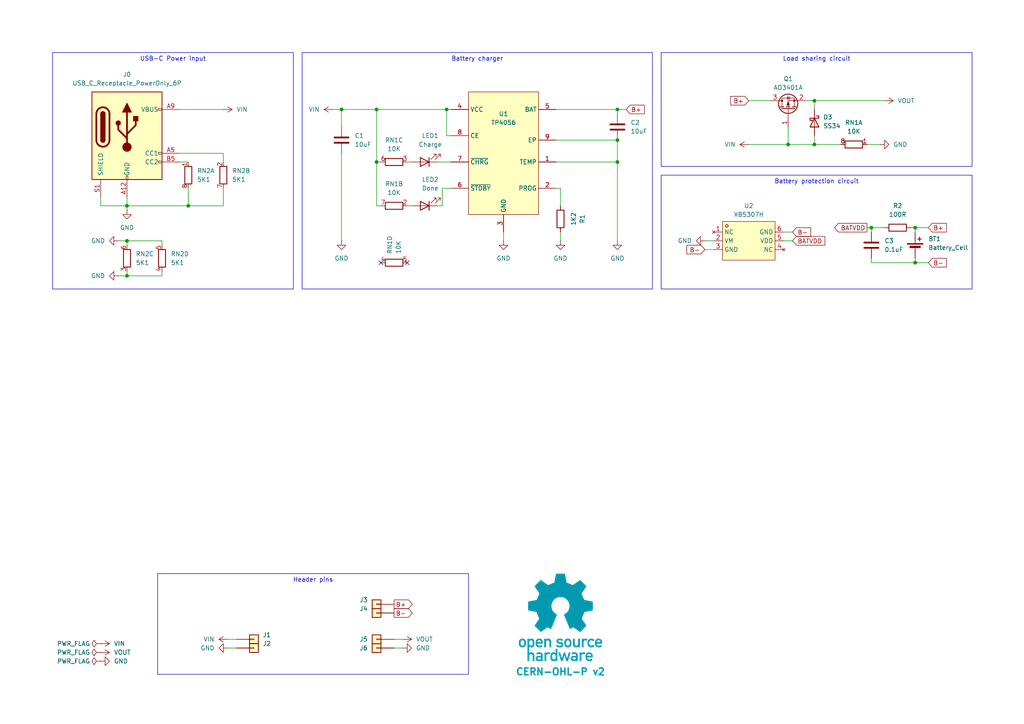
<source format=kicad_sch>
(kicad_sch (version 20231120) (generator "eeschema") (generator_version "8.0")
  (paper "A4")
  (lib_symbols
    (symbol "Conn_01x01_1" (pin_numbers hide) (pin_names (offset 1.016) hide)
      (property "Reference" "J" (at 0 2.54 0))
      (property "Value" "Conn_01x01" (at 0 -2.54 0))
      (symbol "Conn_01x01_1_1_1"
        (rectangle (start -1.27 0.127) (end 0 -0.127) (stroke (width 0.1524)))
        (rectangle (start -1.27 1.27) (end 1.27 -1.27) (stroke (width 0.254)) (fill (type background)))
        (pin passive line (at -5.08 0 0) (length 3.81) (name "Pin_1") (number "1"))
      )
    )
    (symbol "Connector:USB_C_Receptacle_PowerOnly_6P" (pin_names (offset 1.016))
      (property "Reference" "J" (at 0 16.51 0))
      (property "Value" "USB_C_Receptacle_PowerOnly_6P" (at 0 13.97 0))
      (symbol "USB_C_Receptacle_PowerOnly_6P_0_0"
        (rectangle (start -0.254 -12.7) (end 0.254 -11.684))
        (rectangle (start 10.16 -7.366) (end 9.144 -7.874))
        (rectangle (start 10.16 -4.826) (end 9.144 -5.334))
        (rectangle (start 10.16 7.874) (end 9.144 7.366))
      )
      (symbol "USB_C_Receptacle_PowerOnly_6P_0_1"
        (rectangle (start -10.16 12.7) (end 10.16 -12.7) (stroke (width 0.254)) (fill (type background)))
        (arc (start -8.89 -1.27) (mid -6.985 -3.1667) (end -5.08 -1.27) (stroke (width 0.508)))
        (arc (start -7.62 -1.27) (mid -6.985 -1.9023) (end -6.35 -1.27) (stroke (width 0.254)))
        (arc (start -7.62 -1.27) (mid -6.985 -1.9023) (end -6.35 -1.27) (stroke (width 0.254)) (fill (type outline)))
        (rectangle (start -7.62 -1.27) (end -6.35 6.35) (stroke (width 0.254)) (fill (type outline)))
        (arc (start -6.35 6.35) (mid -6.985 6.9823) (end -7.62 6.35) (stroke (width 0.254)))
        (arc (start -6.35 6.35) (mid -6.985 6.9823) (end -7.62 6.35) (stroke (width 0.254)) (fill (type outline)))
        (arc (start -5.08 6.35) (mid -6.985 8.2467) (end -8.89 6.35) (stroke (width 0.508)))
        (circle (center -2.54 3.683) (radius 0.635) (stroke (width 0.254)) (fill (type outline)))
        (circle (center 0 -3.302) (radius 1.27) (fill (type outline)))
        (polyline (pts (xy -8.89 -1.27) (xy -8.89 6.35)) (stroke (width 0.508)))
        (polyline (pts (xy -5.08 6.35) (xy -5.08 -1.27)) (stroke (width 0.508)))
        (polyline (pts (xy 0 -3.302) (xy 0 6.858)) (stroke (width 0.508)))
        (polyline (pts (xy 0 -0.762) (xy -2.54 1.778) (xy -2.54 3.048)) (stroke (width 0.508)))
        (polyline (pts (xy 0 0.508) (xy 2.54 3.048) (xy 2.54 4.318)) (stroke (width 0.508)))
        (polyline (pts (xy -1.27 6.858) (xy 0 9.398) (xy 1.27 6.858) (xy -1.27 6.858)) (stroke (width 0.254)) (fill (type outline)))
        (rectangle (start 1.905 4.318) (end 3.175 5.588) (stroke (width 0.254)) (fill (type outline)))
      )
      (symbol "USB_C_Receptacle_PowerOnly_6P_1_1"
        (pin passive line (at 0 -17.78 90) (length 5.08) (name "GND") (number "A12"))
        (pin bidirectional line (at 15.24 -5.08 180) (length 5.08) (name "CC1") (number "A5"))
        (pin passive line (at 15.24 7.62 180) (length 5.08) (name "VBUS") (number "A9"))
        (pin passive line (at 0 -17.78 90) (length 5.08) hide (name "GND") (number "B12"))
        (pin bidirectional line (at 15.24 -7.62 180) (length 5.08) (name "CC2") (number "B5"))
        (pin passive line (at 15.24 7.62 180) (length 5.08) hide (name "VBUS") (number "B9"))
        (pin passive line (at -7.62 -17.78 90) (length 5.08) (name "SHIELD") (number "S1"))
      )
    )
    (symbol "Connector_Generic:Conn_01x01" (pin_numbers hide) (pin_names (offset 1.016) hide)
      (property "Reference" "J" (at 0 2.54 0))
      (property "Value" "Conn_01x01" (at 0 -2.54 0))
      (symbol "Conn_01x01_1_1"
        (rectangle (start -1.27 0.127) (end 0 -0.127) (stroke (width 0.1524)))
        (rectangle (start -1.27 1.27) (end 1.27 -1.27) (stroke (width 0.254)) (fill (type background)))
        (pin passive line (at -5.08 0 0) (length 3.81) (name "Pin_1") (number "1"))
      )
    )
    (symbol "Device:Battery_Cell" (pin_numbers hide) (pin_names (offset 0) hide)
      (property "Reference" "BT" (at 2.54 2.54 0))
      (property "Value" "Battery_Cell" (at 2.54 0 0))
      (symbol "Battery_Cell_0_1"
        (rectangle (start -2.286 1.778) (end 2.286 1.524) (fill (type outline)))
        (rectangle (start -1.524 1.016) (end 1.524 0.508) (fill (type outline)))
        (polyline (pts (xy 0 0.762) (xy 0 0)))
        (polyline (pts (xy 0 1.778) (xy 0 2.54)))
        (polyline (pts (xy 0.762 3.048) (xy 1.778 3.048)) (stroke (width 0.254)))
        (polyline (pts (xy 1.27 3.556) (xy 1.27 2.54)) (stroke (width 0.254)))
      )
      (symbol "Battery_Cell_1_1"
        (pin passive line (at 0 5.08 270) (length 2.54) (name "+") (number "1"))
        (pin passive line (at 0 -2.54 90) (length 2.54) (name "-") (number "2"))
      )
    )
    (symbol "Device:C" (pin_numbers hide) (pin_names (offset 0.254))
      (property "Reference" "C" (at 0.635 2.54 0))
      (property "Value" "C" (at 0.635 -2.54 0))
      (symbol "C_0_1"
        (polyline (pts (xy -2.032 -0.762) (xy 2.032 -0.762)) (stroke (width 0.508)))
        (polyline (pts (xy -2.032 0.762) (xy 2.032 0.762)) (stroke (width 0.508)))
      )
      (symbol "C_1_1"
        (pin passive line (at 0 3.81 270) (length 2.794) (name "~") (number "1"))
        (pin passive line (at 0 -3.81 90) (length 2.794) (name "~") (number "2"))
      )
    )
    (symbol "Device:LED" (pin_numbers hide) (pin_names (offset 1.016) hide)
      (property "Reference" "D" (at 0 2.54 0))
      (property "Value" "LED" (at 0 -2.54 0))
      (symbol "LED_0_1"
        (polyline (pts (xy -1.27 -1.27) (xy -1.27 1.27)) (stroke (width 0.254)))
        (polyline (pts (xy -1.27 0) (xy 1.27 0)))
        (polyline (pts (xy 1.27 -1.27) (xy 1.27 1.27) (xy -1.27 0) (xy 1.27 -1.27)) (stroke (width 0.254)))
        (polyline (pts (xy -3.048 -0.762) (xy -4.572 -2.286) (xy -3.81 -2.286) (xy -4.572 -2.286) (xy -4.572 -1.524)))
        (polyline (pts (xy -1.778 -0.762) (xy -3.302 -2.286) (xy -2.54 -2.286) (xy -3.302 -2.286) (xy -3.302 -1.524)))
      )
      (symbol "LED_1_1"
        (pin passive line (at -3.81 0 0) (length 2.54) (name "K") (number "1"))
        (pin passive line (at 3.81 0 180) (length 2.54) (name "A") (number "2"))
      )
    )
    (symbol "Device:R" (pin_numbers hide) (pin_names (offset 0))
      (property "Reference" "R" (at 2.032 0 90))
      (property "Value" "R" (at 0 0 90))
      (symbol "R_0_1"
        (rectangle (start -1.016 -2.54) (end 1.016 2.54) (stroke (width 0.254)))
      )
      (symbol "R_1_1"
        (pin passive line (at 0 3.81 270) (length 1.27) (name "~") (number "1"))
        (pin passive line (at 0 -3.81 90) (length 1.27) (name "~") (number "2"))
      )
    )
    (symbol "Device:R_Pack04_Split" (pin_names (offset 0) hide)
      (property "Reference" "RN" (at 2.032 0 90))
      (property "Value" "R_Pack04_Split" (at 0 0 90))
      (symbol "R_Pack04_Split_0_1"
        (rectangle (start 1.016 2.54) (end -1.016 -2.54) (stroke (width 0.254)))
      )
      (symbol "R_Pack04_Split_1_1"
        (pin passive line (at 0 -3.81 90) (length 1.27) (name "R1.1") (number "1"))
        (pin passive line (at 0 3.81 270) (length 1.27) (name "R1.2") (number "8"))
      )
      (symbol "R_Pack04_Split_2_1"
        (pin passive line (at 0 -3.81 90) (length 1.27) (name "R2.1") (number "2"))
        (pin passive line (at 0 3.81 270) (length 1.27) (name "R2.2") (number "7"))
      )
      (symbol "R_Pack04_Split_3_1"
        (pin passive line (at 0 -3.81 90) (length 1.27) (name "R3.1") (number "3"))
        (pin passive line (at 0 3.81 270) (length 1.27) (name "R3.2") (number "6"))
      )
      (symbol "R_Pack04_Split_4_1"
        (pin passive line (at 0 -3.81 90) (length 1.27) (name "R4.1") (number "4"))
        (pin passive line (at 0 3.81 270) (length 1.27) (name "R4.2") (number "5"))
      )
    )
    (symbol "Diode:SS34" (pin_numbers hide) (pin_names (offset 1.016) hide)
      (property "Reference" "D" (at 0 2.54 0))
      (property "Value" "SS34" (at 0 -2.54 0))
      (symbol "SS34_0_1"
        (polyline (pts (xy 1.27 0) (xy -1.27 0)))
        (polyline (pts (xy 1.27 1.27) (xy 1.27 -1.27) (xy -1.27 0) (xy 1.27 1.27)) (stroke (width 0.254)))
        (polyline (pts (xy -1.905 0.635) (xy -1.905 1.27) (xy -1.27 1.27) (xy -1.27 -1.27) (xy -0.635 -1.27) (xy -0.635 -0.635)) (stroke (width 0.254)))
      )
      (symbol "SS34_1_1"
        (pin passive line (at -3.81 0 0) (length 2.54) (name "K") (number "1"))
        (pin passive line (at 3.81 0 180) (length 2.54) (name "A") (number "2"))
      )
    )
    (symbol "Transistor_FET:AO3401A" (pin_names hide)
      (property "Reference" "Q" (at 5.08 1.905 0))
      (property "Value" "AO3401A" (at 5.08 0 0))
      (symbol "AO3401A_0_1"
        (polyline (pts (xy 0.254 0) (xy -2.54 0)))
        (polyline (pts (xy 0.254 1.905) (xy 0.254 -1.905)) (stroke (width 0.254)))
        (polyline (pts (xy 0.762 -1.27) (xy 0.762 -2.286)) (stroke (width 0.254)))
        (polyline (pts (xy 0.762 0.508) (xy 0.762 -0.508)) (stroke (width 0.254)))
        (polyline (pts (xy 0.762 2.286) (xy 0.762 1.27)) (stroke (width 0.254)))
        (polyline (pts (xy 2.54 2.54) (xy 2.54 1.778)))
        (polyline (pts (xy 2.54 -2.54) (xy 2.54 0) (xy 0.762 0)))
        (polyline (pts (xy 0.762 1.778) (xy 3.302 1.778) (xy 3.302 -1.778) (xy 0.762 -1.778)))
        (polyline (pts (xy 2.286 0) (xy 1.27 0.381) (xy 1.27 -0.381) (xy 2.286 0)) (fill (type outline)))
        (polyline (pts (xy 2.794 -0.508) (xy 2.921 -0.381) (xy 3.683 -0.381) (xy 3.81 -0.254)))
        (polyline (pts (xy 3.302 -0.381) (xy 2.921 0.254) (xy 3.683 0.254) (xy 3.302 -0.381)))
        (circle (center 1.651 0) (radius 2.794) (stroke (width 0.254)))
        (circle (center 2.54 -1.778) (radius 0.254) (fill (type outline)))
        (circle (center 2.54 1.778) (radius 0.254) (fill (type outline)))
      )
      (symbol "AO3401A_1_1"
        (pin input line (at -5.08 0 0) (length 2.54) (name "G") (number "1"))
        (pin passive line (at 2.54 -5.08 90) (length 2.54) (name "S") (number "2"))
        (pin passive line (at 2.54 5.08 270) (length 2.54) (name "D") (number "3"))
      )
    )
    (symbol "lcsc:TP4056"
      (property "Reference" "U" (at 0 20.32 0))
      (property "Value" "TP4056" (at 0 -25.4 0))
      (symbol "TP4056_0_1"
        (rectangle (start -10.16 20.32) (end 10.16 -15.24) (fill (type background)))
      )
      (symbol "TP4056_1_1"
        (pin input line (at 15.24 0 180) (length 5.08) (name "TEMP") (number "1"))
        (pin input line (at 15.24 -7.62 180) (length 5.08) (name "PROG") (number "2"))
        (pin power_in line (at 0 -20.32 90) (length 5.08) (name "GND") (number "3"))
        (pin power_in line (at -15.24 15.24 0) (length 5.08) (name "VCC") (number "4"))
        (pin power_out line (at 15.24 15.24 180) (length 5.08) (name "BAT") (number "5"))
        (pin open_collector line (at -15.24 -7.62 0) (length 5.08) (name "~{STDBY}") (number "6"))
        (pin open_collector line (at -15.24 0 0) (length 5.08) (name "~{CHRG}") (number "7"))
        (pin input line (at -15.24 7.62 0) (length 5.08) (name "CE") (number "8"))
        (pin power_in line (at 15.24 6.35 180) (length 5.08) (name "EP") (number "9"))
      )
    )
    (symbol "lcsc:XB5307H"
      (property "Reference" "U" (at 0 7.62 0))
      (property "Value" "XB5307H" (at 0 -7.62 0))
      (symbol "XB5307H_0_1"
        (rectangle (start -7.62 5.59) (end 7.62 -5.59) (fill (type background)))
        (circle (center -6.35 4.32) (radius 0.38))
        (circle (center -6.35 4.32) (radius 0.38))
      )
      (symbol "XB5307H_1_1"
        (pin no_connect line (at -10.16 2.54 0) (length 2.54) (name "NC") (number "1"))
        (pin input line (at -10.16 0 0) (length 2.54) (name "VM") (number "2"))
        (pin input line (at -10.16 -2.54 0) (length 2.54) (name "GND") (number "3"))
        (pin no_connect line (at 10.16 -2.54 180) (length 2.54) (name "NC") (number "4"))
        (pin input line (at 10.16 0 180) (length 2.54) (name "VDD") (number "5"))
        (pin input line (at 10.16 2.54 180) (length 2.54) (name "GND") (number "6"))
      )
    )
    (symbol "power:+5V" (power) (pin_numbers hide) (pin_names (offset 0) hide)
      (property "Value" "+5V" (at 0 3.556 0))
      (symbol "+5V_0_1"
        (polyline (pts (xy -0.762 1.27) (xy 0 2.54)))
        (polyline (pts (xy 0 0) (xy 0 2.54)))
        (polyline (pts (xy 0 2.54) (xy 0.762 1.27)))
      )
      (symbol "+5V_1_1"
        (pin power_in line (at 0 0 90) (length 0) (name "~") (number "1"))
      )
    )
    (symbol "power:GND" (power) (pin_numbers hide) (pin_names (offset 0) hide)
      (property "Value" "GND" (at 0 -3.81 0))
      (symbol "GND_0_1"
        (polyline (pts (xy 0 0) (xy 0 -1.27) (xy 1.27 -1.27) (xy 0 -2.54) (xy -1.27 -1.27) (xy 0 -1.27)))
      )
      (symbol "GND_1_1"
        (pin power_in line (at 0 0 270) (length 0) (name "~") (number "1"))
      )
    )
    (symbol "power:PWR_FLAG" (power) (pin_numbers hide) (pin_names (offset 0) hide)
      (property "Value" "PWR_FLAG" (at 0 3.81 0))
      (symbol "PWR_FLAG_0_0"
        (pin power_out line (at 0 0 90) (length 0) (name "~") (number "1"))
      )
      (symbol "PWR_FLAG_0_1"
        (polyline (pts (xy 0 0) (xy 0 1.27) (xy -1.016 1.905) (xy 0 2.54) (xy 1.016 1.905) (xy 0 1.27)))
      )
    )
    (symbol "power:VCC" (power) (pin_numbers hide) (pin_names (offset 0) hide)
      (property "Value" "VCC" (at 0 3.556 0))
      (symbol "VCC_0_1"
        (polyline (pts (xy -0.762 1.27) (xy 0 2.54)))
        (polyline (pts (xy 0 0) (xy 0 2.54)))
        (polyline (pts (xy 0 2.54) (xy 0.762 1.27)))
      )
      (symbol "VCC_1_1"
        (pin power_in line (at 0 0 90) (length 0) (name "~") (number "1"))
      )
    )
  )
  (junction (at 236.22 29.21))
  (junction (at 99.06 31.75))
  (junction (at 36.83 80.01))
  (junction (at 36.83 69.85))
  (junction (at 179.07 31.75))
  (junction (at 236.22 41.91))
  (junction (at 265.43 66.04))
  (junction (at 109.22 31.75))
  (junction (at 179.07 40.64))
  (junction (at 252.73 66.04))
  (junction (at 265.43 76.2))
  (junction (at 179.07 46.99))
  (junction (at 129.54 31.75))
  (junction (at 54.61 59.69))
  (junction (at 228.6 41.91))
  (junction (at 36.83 59.69))
  (junction (at 109.22 46.99))
  (no_connect (at 110.49 76.2))
  (no_connect (at 118.11 76.2))
  (wire (pts (xy 36.83 59.69) (xy 36.83 60.96)))
  (wire (pts (xy 46.99 69.85) (xy 46.99 71.12)))
  (wire (pts (xy 179.07 46.99) (xy 179.07 40.64)))
  (wire (pts (xy 109.22 46.99) (xy 110.49 46.99)))
  (wire (pts (xy 128.27 54.61) (xy 130.81 54.61)))
  (wire (pts (xy 29.21 57.15) (xy 29.21 59.69)))
  (wire (pts (xy 229.87 67.31) (xy 227.33 67.31)))
  (wire (pts (xy 228.6 36.83) (xy 228.6 41.91)))
  (wire (pts (xy 64.77 44.45) (xy 64.77 46.99)))
  (wire (pts (xy 64.77 59.69) (xy 54.61 59.69)))
  (wire (pts (xy 179.07 31.75) (xy 181.61 31.75)))
  (wire (pts (xy 251.46 66.04) (xy 252.73 66.04)))
  (wire (pts (xy 46.99 80.01) (xy 36.83 80.01)))
  (wire (pts (xy 217.17 29.21) (xy 223.52 29.21)))
  (wire (pts (xy 179.07 33.02) (xy 179.07 31.75)))
  (wire (pts (xy 99.06 44.45) (xy 99.06 69.85)))
  (wire (pts (xy 162.56 54.61) (xy 162.56 59.69)))
  (wire (pts (xy 68.58 187.96) (xy 66.04 187.96)))
  (wire (pts (xy 109.22 31.75) (xy 129.54 31.75)))
  (wire (pts (xy 161.29 46.99) (xy 179.07 46.99)))
  (wire (pts (xy 130.81 39.37) (xy 129.54 39.37)))
  (wire (pts (xy 129.54 31.75) (xy 130.81 31.75)))
  (wire (pts (xy 127 59.69) (xy 128.27 59.69)))
  (wire (pts (xy 162.56 67.31) (xy 162.56 69.85)))
  (wire (pts (xy 256.54 66.04) (xy 252.73 66.04)))
  (wire (pts (xy 236.22 41.91) (xy 228.6 41.91)))
  (wire (pts (xy 118.11 46.99) (xy 119.38 46.99)))
  (wire (pts (xy 265.43 76.2) (xy 269.24 76.2)))
  (wire (pts (xy 68.58 185.42) (xy 66.04 185.42)))
  (wire (pts (xy 99.06 31.75) (xy 109.22 31.75)))
  (wire (pts (xy 114.3 185.42) (xy 116.84 185.42)))
  (wire (pts (xy 217.17 41.91) (xy 228.6 41.91)))
  (wire (pts (xy 161.29 31.75) (xy 179.07 31.75)))
  (wire (pts (xy 161.29 40.64) (xy 179.07 40.64)))
  (wire (pts (xy 36.83 69.85) (xy 36.83 71.12)))
  (wire (pts (xy 229.87 69.85) (xy 227.33 69.85)))
  (wire (pts (xy 52.07 31.75) (xy 64.77 31.75)))
  (wire (pts (xy 146.05 67.31) (xy 146.05 69.85)))
  (wire (pts (xy 36.83 57.15) (xy 36.83 59.69)))
  (wire (pts (xy 52.07 44.45) (xy 64.77 44.45)))
  (wire (pts (xy 204.47 69.85) (xy 207.01 69.85)))
  (wire (pts (xy 29.21 59.69) (xy 36.83 59.69)))
  (wire (pts (xy 129.54 39.37) (xy 129.54 31.75)))
  (wire (pts (xy 236.22 39.37) (xy 236.22 41.91)))
  (wire (pts (xy 64.77 54.61) (xy 64.77 59.69)))
  (wire (pts (xy 52.07 46.99) (xy 54.61 46.99)))
  (wire (pts (xy 161.29 54.61) (xy 162.56 54.61)))
  (wire (pts (xy 54.61 54.61) (xy 54.61 59.69)))
  (wire (pts (xy 265.43 66.04) (xy 265.43 67.31)))
  (wire (pts (xy 252.73 74.93) (xy 252.73 76.2)))
  (wire (pts (xy 128.27 59.69) (xy 128.27 54.61)))
  (wire (pts (xy 36.83 78.74) (xy 36.83 80.01)))
  (wire (pts (xy 109.22 31.75) (xy 109.22 46.99)))
  (wire (pts (xy 46.99 78.74) (xy 46.99 80.01)))
  (wire (pts (xy 252.73 76.2) (xy 265.43 76.2)))
  (wire (pts (xy 251.46 41.91) (xy 255.27 41.91)))
  (wire (pts (xy 252.73 66.04) (xy 252.73 67.31)))
  (wire (pts (xy 236.22 29.21) (xy 236.22 31.75)))
  (wire (pts (xy 265.43 76.2) (xy 265.43 74.93)))
  (wire (pts (xy 233.68 29.21) (xy 236.22 29.21)))
  (wire (pts (xy 179.07 69.85) (xy 179.07 46.99)))
  (wire (pts (xy 36.83 69.85) (xy 46.99 69.85)))
  (wire (pts (xy 109.22 59.69) (xy 109.22 46.99)))
  (wire (pts (xy 114.3 187.96) (xy 116.84 187.96)))
  (wire (pts (xy 264.16 66.04) (xy 265.43 66.04)))
  (wire (pts (xy 34.29 69.85) (xy 36.83 69.85)))
  (wire (pts (xy 99.06 31.75) (xy 99.06 36.83)))
  (wire (pts (xy 236.22 29.21) (xy 256.54 29.21)))
  (wire (pts (xy 110.49 59.69) (xy 109.22 59.69)))
  (wire (pts (xy 54.61 59.69) (xy 36.83 59.69)))
  (wire (pts (xy 204.47 72.39) (xy 207.01 72.39)))
  (wire (pts (xy 34.29 80.01) (xy 36.83 80.01)))
  (wire (pts (xy 265.43 66.04) (xy 269.24 66.04)))
  (wire (pts (xy 118.11 59.69) (xy 119.38 59.69)))
  (wire (pts (xy 236.22 41.91) (xy 243.84 41.91)))
  (wire (pts (xy 127 46.99) (xy 130.81 46.99)))
  (wire (pts (xy 96.52 31.75) (xy 99.06 31.75)))
  (image (at 162.56 179.07) (scale 0.37481))
  (text_box "Header pins" (at 45.72 166.37 0) (size 90.17 29.21) (effects (font (size 1.27 1.27)) (justify top)))
  (text_box "Battery protection circuit" (at 191.77 50.8 0) (size 90.17 33.02) (effects (font (size 1.27 1.27)) (justify top)))
  (text_box "USB-C Power input" (at 15.24 15.24 0) (size 69.85 68.58) (effects (font (size 1.27 1.27)) (justify top)))
  (text_box "Load sharing circuit" (at 191.77 15.24 0) (size 90.17 33.02) (effects (font (size 1.27 1.27)) (justify top)))
  (text_box "Battery charger" (at 87.63 15.24 0) (size 101.6 68.58) (effects (font (size 1.27 1.27)) (justify top)))
  (text "CERN-OHL-P v2" (at 162.56 195.072 0) (effects (font (size 2 2) (thickness 0.4) (bold yes))))
  (global_label "B+" (shape output) (at 114.3 175.26 0) (property "Intersheetrefs" "${INTERSHEET_REFS}" (effects (hide yes))))
  (global_label "B-" (shape output) (at 114.3 177.8 0) (property "Intersheetrefs" "${INTERSHEET_REFS}" (effects (hide yes))))
  (global_label "B-" (shape input) (at 229.87 67.31 0) (property "Intersheetrefs" "${INTERSHEET_REFS}" (effects (hide yes))))
  (global_label "B+" (shape input) (at 181.61 31.75 0) (property "Intersheetrefs" "${INTERSHEET_REFS}" (effects (hide yes))))
  (global_label "B+" (shape input) (at 269.24 66.04 0) (property "Intersheetrefs" "${INTERSHEET_REFS}" (effects (hide yes))))
  (global_label "B-" (shape input) (at 269.24 76.2 0) (property "Intersheetrefs" "${INTERSHEET_REFS}" (effects (hide yes))))
  (global_label "B+" (shape input) (at 217.17 29.21 180) (property "Intersheetrefs" "${INTERSHEET_REFS}" (effects (hide yes))))
  (global_label "B-" (shape input) (at 204.47 72.39 180) (property "Intersheetrefs" "${INTERSHEET_REFS}" (effects (hide yes))))
  (global_label "BATVDD" (shape output) (at 251.46 66.04 180) (property "Intersheetrefs" "${INTERSHEET_REFS}" (effects (hide yes))))
  (global_label "BATVDD" (shape input) (at 229.87 69.85 0) (property "Intersheetrefs" "${INTERSHEET_REFS}" (effects (hide yes))))
  (symbol (lib_name "Conn_01x01_1") (lib_id "Connector_Generic:Conn_01x01") (at 109.22 177.8 0) (mirror y) (unit 1)
    (property "Reference" "J4" (at 106.68 176.5299 0) (effects (justify left)))
    (property "Value" "Conn_01x01" (effects (hide yes)))
    (property "Footprint" "custom:PinHeader_1x01_P2.54mm_simple_square" (effects (hide yes)))
    (property "Description" "Generic connector, single row, 01x01, script generated (kicad-library-utils/schlib/autogen/connector/)" (effects (hide yes)))
  )
  (symbol (lib_id "Device:R_Pack04_Split") (at 54.61 50.8 180) (unit 1)
    (property "Reference" "RN2" (at 57.15 49.5299 0) (effects (justify right)))
    (property "Value" "5K1" (at 57.15 52.0699 0) (effects (justify right)))
    (property "Footprint" "Resistor_SMD:R_Array_Convex_4x0603" (effects (hide yes)))
    (property "Description" "4 resistor network, parallel topology, split" (effects (hide yes)))
    (property "Sim.Device" "R" (effects (hide yes)))
    (property "Sim.Pins" "1=+ 2=-" (effects (hide yes)))
    (property "Sim.Params" "r=5.1K" (effects (hide yes)))
  )
  (symbol (lib_id "Device:R_Pack04_Split") (at 114.3 46.99 90) (unit 3)
    (property "Reference" "RN1" (at 114.3 40.64 90))
    (property "Value" "10K" (at 114.3 43.18 90))
    (property "Footprint" "Resistor_SMD:R_Array_Convex_4x0603" (effects (hide yes)))
    (property "Description" "4 resistor network, parallel topology, split" (effects (hide yes)))
    (property "Sim.Device" "R" (effects (hide yes)))
    (property "Sim.Pins" "1=+ 2=-" (effects (hide yes)))
    (property "Sim.Params" "r=10K" (effects (hide yes)))
  )
  (symbol (lib_id "power:GND") (at 66.04 187.96 270) (unit 1)
    (property "Reference" "#PWR07" (effects (hide yes)))
    (property "Value" "GND" (at 62.23 187.9601 90) (effects (justify right)))
    (property "Description" "Power symbol creates a global label with name \"GND\" , ground" (effects (hide yes)))
  )
  (symbol (lib_id "Diode:SS34") (at 236.22 35.56 270) (unit 1)
    (property "Reference" "D3" (at 238.76 33.9724 90) (effects (justify left)))
    (property "Value" "SS34" (at 238.76 36.5124 90) (effects (justify left)))
    (property "Footprint" "custom:D_SMA_simple" (effects (hide yes)))
    (property "Datasheet" "https://www.vishay.com/docs/88751/ss32.pdf" (effects (hide yes)))
    (property "Description" "40V 3A Schottky Diode, SMA" (effects (hide yes)))
  )
  (symbol (lib_id "power:GND") (at 116.84 187.96 90) (unit 1)
    (property "Reference" "#PWR012" (effects (hide yes)))
    (property "Value" "GND" (at 120.65 187.9599 90) (effects (justify right)))
    (property "Description" "Power symbol creates a global label with name \"GND\" , ground" (effects (hide yes)))
  )
  (symbol (lib_id "power:GND") (at 162.56 69.85 0) (unit 1)
    (property "Reference" "#PWR022" (effects (hide yes)))
    (property "Value" "GND" (at 162.56 74.93 0))
    (property "Description" "Power symbol creates a global label with name \"GND\" , ground" (effects (hide yes)))
  )
  (symbol (lib_id "Device:C") (at 252.73 71.12 180) (unit 1)
    (property "Reference" "C3" (at 256.54 69.8499 0) (effects (justify right)))
    (property "Value" "0.1uF" (at 256.54 72.3899 0) (effects (justify right)))
    (property "Footprint" "Capacitor_SMD:C_0805_2012Metric_Pad1.18x1.45mm_HandSolder" (effects (hide yes)))
    (property "Description" "Unpolarized capacitor" (effects (hide yes)))
  )
  (symbol (lib_id "Device:R_Pack04_Split") (at 247.65 41.91 90) (unit 1)
    (property "Reference" "RN1" (at 247.65 35.56 90))
    (property "Value" "10K" (at 247.65 38.1 90))
    (property "Footprint" "Resistor_SMD:R_Array_Convex_4x0603" (effects (hide yes)))
    (property "Description" "4 resistor network, parallel topology, split" (effects (hide yes)))
    (property "Sim.Device" "R" (effects (hide yes)))
    (property "Sim.Pins" "1=+ 2=-" (effects (hide yes)))
    (property "Sim.Params" "r=10K" (effects (hide yes)))
  )
  (symbol (lib_id "power:VCC") (at 29.21 186.69 270) (unit 1)
    (property "Reference" "#PWR01" (effects (hide yes)))
    (property "Value" "VIN" (at 33.02 186.69 90) (effects (justify left)))
    (property "Description" "Power symbol creates a global label with name \"VCC\"" (effects (hide yes)))
  )
  (symbol (lib_id "power:GND") (at 255.27 41.91 90) (unit 1)
    (property "Reference" "#PWR019" (effects (hide yes)))
    (property "Value" "GND" (at 259.08 41.9099 90) (effects (justify right)))
    (property "Description" "Power symbol creates a global label with name \"GND\" , ground" (effects (hide yes)))
  )
  (symbol (lib_id "power:VCC") (at 64.77 31.75 270) (unit 1)
    (property "Reference" "#PWR017" (effects (hide yes)))
    (property "Value" "VIN" (at 68.58 31.7499 90) (effects (justify left)))
    (property "Description" "Power symbol creates a global label with name \"VCC\"" (effects (hide yes)))
  )
  (symbol (lib_id "power:+5V") (at 256.54 29.21 270) (unit 1)
    (property "Reference" "#PWR020" (effects (hide yes)))
    (property "Value" "VOUT" (at 260.35 29.2099 90) (effects (justify left)))
    (property "Description" "Power symbol creates a global label with name \"+5V\"" (effects (hide yes)))
  )
  (symbol (lib_id "power:GND") (at 99.06 69.85 0) (unit 1)
    (property "Reference" "#PWR014" (effects (hide yes)))
    (property "Value" "GND" (at 99.06 74.93 0))
    (property "Description" "Power symbol creates a global label with name \"GND\" , ground" (effects (hide yes)))
  )
  (symbol (lib_id "lcsc:XB5307H") (at 217.17 69.85 0) (unit 1)
    (property "Reference" "U2" (at 217.17 59.69 0))
    (property "Value" "XB5307H" (at 217.17 62.23 0))
    (property "Footprint" "Package_TO_SOT_SMD:SOT-23-6_Handsoldering" (effects (hide yes)))
    (property "Datasheet" "https://lcsc.com/product-detail/Battery-Protection-ICs_XB5307H_C154942.html" (effects (hide yes)))
    (property "LCSC Part" "C154942" (effects (hide yes)))
  )
  (symbol (lib_id "Transistor_FET:AO3401A") (at 228.6 31.75 90) (unit 1)
    (property "Reference" "Q1" (at 228.6 22.86 90))
    (property "Value" "AO3401A" (at 228.6 25.4 90))
    (property "Footprint" "Package_TO_SOT_SMD:SOT-23" (effects (hide yes)))
    (property "Datasheet" "http://www.aosmd.com/pdfs/datasheet/AO3401A.pdf" (effects (hide yes)))
    (property "Description" "-4.0A Id, -30V Vds, P-Channel MOSFET, SOT-23" (effects (hide yes)))
  )
  (symbol (lib_name "Conn_01x01_1") (lib_id "Connector_Generic:Conn_01x01") (at 73.66 187.96 0) (unit 1)
    (property "Reference" "J2" (at 76.2 186.6899 0) (effects (justify left)))
    (property "Value" "Conn_01x01" (effects (hide yes)))
    (property "Footprint" "custom:PinHeader_1x01_P2.54mm_simple_square" (effects (hide yes)))
    (property "Description" "Generic connector, single row, 01x01, script generated (kicad-library-utils/schlib/autogen/connector/)" (effects (hide yes)))
  )
  (symbol (lib_id "Device:R") (at 162.56 63.5 0) (mirror y) (unit 1)
    (property "Reference" "R1" (at 168.91 63.5 90))
    (property "Value" "1K2" (at 166.37 63.5 90))
    (property "Footprint" "Resistor_SMD:R_0805_2012Metric_Pad1.20x1.40mm_HandSolder" (effects (hide yes)))
    (property "Description" "Resistor" (effects (hide yes)))
  )
  (symbol (lib_id "Connector_Generic:Conn_01x01") (at 109.22 187.96 0) (mirror y) (unit 1)
    (property "Reference" "J6" (at 106.68 187.9599 0) (effects (justify left)))
    (property "Value" "Conn_01x01" (effects (hide yes)))
    (property "Footprint" "custom:PinHeader_1x01_P2.54mm_simple_square" (effects (hide yes)))
    (property "Description" "Generic connector, single row, 01x01, script generated (kicad-library-utils/schlib/autogen/connector/)" (effects (hide yes)))
  )
  (symbol (lib_id "Device:C") (at 99.06 40.64 0) (unit 1)
    (property "Reference" "C1" (at 102.87 39.3699 0) (effects (justify left)))
    (property "Value" "10uF" (at 102.87 41.9099 0) (effects (justify left)))
    (property "Footprint" "Capacitor_SMD:C_0805_2012Metric_Pad1.18x1.45mm_HandSolder" (effects (hide yes)))
    (property "Description" "Unpolarized capacitor" (effects (hide yes)))
  )
  (symbol (lib_id "Device:R") (at 260.35 66.04 270) (mirror x) (unit 1)
    (property "Reference" "R2" (at 260.35 59.69 90))
    (property "Value" "100R" (at 260.35 62.23 90))
    (property "Footprint" "Resistor_SMD:R_0805_2012Metric_Pad1.20x1.40mm_HandSolder" (effects (hide yes)))
    (property "Description" "Resistor" (effects (hide yes)))
  )
  (symbol (lib_id "power:VCC") (at 217.17 41.91 90) (unit 1)
    (property "Reference" "#PWR018" (effects (hide yes)))
    (property "Value" "VIN" (at 213.36 41.9101 90) (effects (justify left)))
    (property "Description" "Power symbol creates a global label with name \"VCC\"" (effects (hide yes)))
  )
  (symbol (lib_id "power:GND") (at 179.07 69.85 0) (unit 1)
    (property "Reference" "#PWR015" (effects (hide yes)))
    (property "Value" "GND" (at 179.07 74.93 0))
    (property "Description" "Power symbol creates a global label with name \"GND\" , ground" (effects (hide yes)))
  )
  (symbol (lib_id "power:VCC") (at 66.04 185.42 90) (unit 1)
    (property "Reference" "#PWR06" (effects (hide yes)))
    (property "Value" "VIN" (at 62.23 185.4201 90) (effects (justify left)))
    (property "Description" "Power symbol creates a global label with name \"VCC\"" (effects (hide yes)))
  )
  (symbol (lib_id "lcsc:TP4056") (at 146.05 46.99 0) (unit 1)
    (property "Reference" "U1" (at 146.05 33.02 0))
    (property "Value" "TP4056" (at 146.05 35.56 0))
    (property "Footprint" "custom:SOIC-8-1EP_3.9x4.9mm_P1.27mm_EP2.41x3.3mm_ThermalVias_CustomVias" (effects (hide yes)))
    (property "Datasheet" "https://lcsc.com/product-detail/PMIC-Battery-Management_TP4056_C16581.html" (effects (hide yes)))
    (property "LCSC Part" "C16581" (effects (hide yes)))
  )
  (symbol (lib_id "Connector_Generic:Conn_01x01") (at 73.66 185.42 0) (unit 1)
    (property "Reference" "J1" (at 76.2 184.1499 0) (effects (justify left)))
    (property "Value" "Conn_01x01" (effects (hide yes)))
    (property "Footprint" "custom:PinHeader_1x01_P2.54mm_simple" (effects (hide yes)))
    (property "Description" "Generic connector, single row, 01x01, script generated (kicad-library-utils/schlib/autogen/connector/)" (effects (hide yes)))
  )
  (symbol (lib_id "Device:LED") (at 123.19 59.69 180) (unit 1)
    (property "Reference" "LED2" (at 124.7775 52.07 0))
    (property "Value" "Done" (at 124.7775 54.61 0))
    (property "Footprint" "custom:LED_0805_2012Metric_Pad1.15x1.40mm_HandSolder_simple" (effects (hide yes)))
    (property "Description" "Light emitting diode" (effects (hide yes)))
  )
  (symbol (lib_id "Device:R_Pack04_Split") (at 46.99 74.93 0) (unit 4)
    (property "Reference" "RN2" (at 49.53 73.6599 0) (effects (justify left)))
    (property "Value" "5K1" (at 49.53 76.1999 0) (effects (justify left)))
    (property "Footprint" "Resistor_SMD:R_Array_Convex_4x0603" (effects (hide yes)))
    (property "Description" "4 resistor network, parallel topology, split" (effects (hide yes)))
    (property "Sim.Device" "R" (effects (hide yes)))
    (property "Sim.Pins" "1=+ 2=-" (effects (hide yes)))
    (property "Sim.Params" "r=5.1K" (effects (hide yes)))
  )
  (symbol (lib_id "Connector_Generic:Conn_01x01") (at 109.22 175.26 0) (mirror y) (unit 1)
    (property "Reference" "J3" (at 106.68 173.9899 0) (effects (justify left)))
    (property "Value" "Conn_01x01" (effects (hide yes)))
    (property "Footprint" "custom:PinHeader_1x01_P2.54mm_simple" (effects (hide yes)))
    (property "Description" "Generic connector, single row, 01x01, script generated (kicad-library-utils/schlib/autogen/connector/)" (effects (hide yes)))
  )
  (symbol (lib_id "power:GND") (at 34.29 69.85 270) (unit 1)
    (property "Reference" "#PWR027" (effects (hide yes)))
    (property "Value" "GND" (at 30.48 69.8499 90) (effects (justify right)))
    (property "Description" "Power symbol creates a global label with name \"GND\" , ground" (effects (hide yes)))
  )
  (symbol (lib_id "Device:Battery_Cell") (at 265.43 72.39 0) (unit 1)
    (property "Reference" "BT1" (at 269.24 69.2784 0) (effects (justify left)))
    (property "Value" "Battery_Cell" (at 269.24 71.8184 0) (effects (justify left)))
    (property "Footprint" "custom:JST_XH_B2B-XH-A_1x02_P2.50mm_Vertical_simple" (effects (hide yes)))
    (property "Description" "Single-cell battery" (effects (hide yes)))
  )
  (symbol (lib_id "Connector:USB_C_Receptacle_PowerOnly_6P") (at 36.83 39.37 0) (unit 1)
    (property "Reference" "J0" (at 36.83 21.59 0))
    (property "Value" "USB_C_Receptacle_PowerOnly_6P" (at 36.83 24.13 0))
    (property "Footprint" "custom:USB_C_Receptacle_GCT_USB4125-xx-x_6P_TopMnt_Horizontal_handsolder" (effects (hide yes)))
    (property "Datasheet" "https://www.usb.org/sites/default/files/documents/usb_type-c.zip" (effects (hide yes)))
    (property "Description" "USB Power-Only 6P Type-C Receptacle connector" (effects (hide yes)))
  )
  (symbol (lib_id "power:PWR_FLAG") (at 29.21 191.77 90) (unit 1)
    (property "Reference" "#FLG03" (effects (hide yes)))
    (property "Value" "PWR_FLAG" (at 21.336 191.77 90))
    (property "Description" "Special symbol for telling ERC where power comes from" (effects (hide yes)))
  )
  (symbol (lib_id "power:GND") (at 34.29 80.01 270) (unit 1)
    (property "Reference" "#PWR023" (effects (hide yes)))
    (property "Value" "GND" (at 30.48 80.0099 90) (effects (justify right)))
    (property "Description" "Power symbol creates a global label with name \"GND\" , ground" (effects (hide yes)))
  )
  (symbol (lib_id "Device:R_Pack04_Split") (at 114.3 76.2 270) (unit 4)
    (property "Reference" "RN1" (at 113.0299 73.66 0) (effects (justify right)))
    (property "Value" "10K" (at 115.5699 73.66 0) (effects (justify right)))
    (property "Footprint" "Resistor_SMD:R_Array_Convex_4x0603" (effects (hide yes)))
    (property "Description" "4 resistor network, parallel topology, split" (effects (hide yes)))
    (property "Sim.Device" "R" (effects (hide yes)))
    (property "Sim.Pins" "1=+ 2=-" (effects (hide yes)))
    (property "Sim.Params" "r=10K" (effects (hide yes)))
  )
  (symbol (lib_id "power:GND") (at 146.05 69.85 0) (unit 1)
    (property "Reference" "#PWR013" (effects (hide yes)))
    (property "Value" "GND" (at 146.05 74.93 0))
    (property "Description" "Power symbol creates a global label with name \"GND\" , ground" (effects (hide yes)))
  )
  (symbol (lib_id "power:VCC") (at 96.52 31.75 90) (unit 1)
    (property "Reference" "#PWR010" (effects (hide yes)))
    (property "Value" "VIN" (at 92.71 31.7501 90) (effects (justify left)))
    (property "Description" "Power symbol creates a global label with name \"VCC\"" (effects (hide yes)))
  )
  (symbol (lib_id "Device:C") (at 179.07 36.83 180) (unit 1)
    (property "Reference" "C2" (at 182.88 35.5599 0) (effects (justify right)))
    (property "Value" "10uF" (at 182.88 38.0999 0) (effects (justify right)))
    (property "Footprint" "Capacitor_SMD:C_0805_2012Metric_Pad1.18x1.45mm_HandSolder" (effects (hide yes)))
    (property "Description" "Unpolarized capacitor" (effects (hide yes)))
  )
  (symbol (lib_id "Connector_Generic:Conn_01x01") (at 109.22 185.42 0) (mirror y) (unit 1)
    (property "Reference" "J5" (at 106.68 185.4199 0) (effects (justify left)))
    (property "Value" "Conn_01x01" (effects (hide yes)))
    (property "Footprint" "custom:PinHeader_1x01_P2.54mm_simple" (effects (hide yes)))
    (property "Description" "Generic connector, single row, 01x01, script generated (kicad-library-utils/schlib/autogen/connector/)" (effects (hide yes)))
  )
  (symbol (lib_id "power:GND") (at 29.21 191.77 90) (unit 1)
    (property "Reference" "#PWR03" (effects (hide yes)))
    (property "Value" "GND" (at 33.02 191.77 90) (effects (justify right)))
    (property "Description" "Power symbol creates a global label with name \"GND\" , ground" (effects (hide yes)))
  )
  (symbol (lib_id "Device:R_Pack04_Split") (at 36.83 74.93 0) (unit 3)
    (property "Reference" "RN2" (at 39.37 73.6599 0) (effects (justify left)))
    (property "Value" "5K1" (at 39.37 76.1999 0) (effects (justify left)))
    (property "Footprint" "Resistor_SMD:R_Array_Convex_4x0603" (effects (hide yes)))
    (property "Description" "4 resistor network, parallel topology, split" (effects (hide yes)))
    (property "Sim.Device" "R" (effects (hide yes)))
    (property "Sim.Pins" "1=+ 2=-" (effects (hide yes)))
    (property "Sim.Params" "r=5.1K" (effects (hide yes)))
  )
  (symbol (lib_id "Device:R_Pack04_Split") (at 64.77 50.8 180) (unit 2)
    (property "Reference" "RN2" (at 67.31 49.5299 0) (effects (justify right)))
    (property "Value" "5K1" (at 67.31 52.0699 0) (effects (justify right)))
    (property "Footprint" "Resistor_SMD:R_Array_Convex_4x0603" (effects (hide yes)))
    (property "Description" "4 resistor network, parallel topology, split" (effects (hide yes)))
    (property "Sim.Device" "R" (effects (hide yes)))
    (property "Sim.Pins" "1=+ 2=-" (effects (hide yes)))
    (property "Sim.Params" "r=5.1K" (effects (hide yes)))
  )
  (symbol (lib_id "power:GND") (at 204.47 69.85 270) (unit 1)
    (property "Reference" "#PWR021" (effects (hide yes)))
    (property "Value" "GND" (at 200.66 69.8499 90) (effects (justify right)))
    (property "Description" "Power symbol creates a global label with name \"GND\" , ground" (effects (hide yes)))
  )
  (symbol (lib_id "Device:R_Pack04_Split") (at 114.3 59.69 90) (unit 2)
    (property "Reference" "RN1" (at 114.3 53.34 90))
    (property "Value" "10K" (at 114.3 55.88 90))
    (property "Footprint" "Resistor_SMD:R_Array_Convex_4x0603" (effects (hide yes)))
    (property "Description" "4 resistor network, parallel topology, split" (effects (hide yes)))
    (property "Sim.Device" "R" (effects (hide yes)))
    (property "Sim.Pins" "1=+ 2=-" (effects (hide yes)))
    (property "Sim.Params" "r=10K" (effects (hide yes)))
  )
  (symbol (lib_id "power:GND") (at 36.83 60.96 0) (unit 1)
    (property "Reference" "#PWR016" (effects (hide yes)))
    (property "Value" "GND" (at 36.83 66.04 0))
    (property "Description" "Power symbol creates a global label with name \"GND\" , ground" (effects (hide yes)))
  )
  (symbol (lib_id "power:PWR_FLAG") (at 29.21 189.23 90) (unit 1)
    (property "Reference" "#FLG02" (effects (hide yes)))
    (property "Value" "PWR_FLAG" (at 21.336 189.23 90))
    (property "Description" "Special symbol for telling ERC where power comes from" (effects (hide yes)))
  )
  (symbol (lib_id "power:VCC") (at 116.84 185.42 270) (unit 1)
    (property "Reference" "#PWR011" (effects (hide yes)))
    (property "Value" "VOUT" (at 120.65 185.4199 90) (effects (justify left)))
    (property "Description" "Power symbol creates a global label with name \"VCC\"" (effects (hide yes)))
  )
  (symbol (lib_id "Device:LED") (at 123.19 46.99 180) (unit 1)
    (property "Reference" "LED1" (at 124.7775 39.37 0))
    (property "Value" "Charge" (at 124.7775 41.91 0))
    (property "Footprint" "custom:LED_0805_2012Metric_Pad1.15x1.40mm_HandSolder_simple" (effects (hide yes)))
    (property "Description" "Light emitting diode" (effects (hide yes)))
  )
  (symbol (lib_id "power:+5V") (at 29.21 189.23 270) (unit 1)
    (property "Reference" "#PWR02" (effects (hide yes)))
    (property "Value" "VOUT" (at 33.02 189.2299 90) (effects (justify left)))
    (property "Description" "Power symbol creates a global label with name \"+5V\"" (effects (hide yes)))
  )
  (symbol (lib_id "power:PWR_FLAG") (at 29.21 186.69 90) (unit 1)
    (property "Reference" "#FLG01" (effects (hide yes)))
    (property "Value" "PWR_FLAG" (at 21.336 186.69 90))
    (property "Description" "Special symbol for telling ERC where power comes from" (effects (hide yes)))
  )
)
</source>
